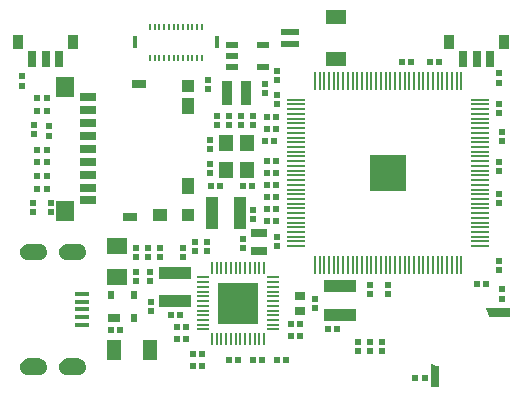
<source format=gtp>
G04 #@! TF.GenerationSoftware,KiCad,Pcbnew,5.1.5+dfsg1-2build2*
G04 #@! TF.CreationDate,2021-07-27T21:48:52+02:00*
G04 #@! TF.ProjectId,FunKey,46756e4b-6579-42e6-9b69-6361645f7063,F*
G04 #@! TF.SameCoordinates,Original*
G04 #@! TF.FileFunction,Paste,Top*
G04 #@! TF.FilePolarity,Positive*
%FSLAX46Y46*%
G04 Gerber Fmt 4.6, Leading zero omitted, Abs format (unit mm)*
G04 Created by KiCad (PCBNEW 5.1.5+dfsg1-2build2) date 2021-07-27 21:48:52*
%MOMM*%
%LPD*%
G04 APERTURE LIST*
%ADD10C,0.100000*%
%ADD11C,0.127000*%
%ADD12R,0.900000X1.200000*%
%ADD13R,0.800000X1.350000*%
%ADD14R,1.800000X1.200000*%
%ADD15R,1.550000X0.600000*%
%ADD16R,0.247500X1.600000*%
%ADD17R,1.600000X0.247500*%
%ADD18R,1.400000X0.700000*%
%ADD19R,0.380000X1.100000*%
%ADD20R,0.230000X0.630000*%
%ADD21R,0.850000X2.000000*%
%ADD22R,1.200000X0.655000*%
%ADD23R,1.050000X1.400000*%
%ADD24R,1.050000X1.075000*%
%ADD25R,1.200000X0.725000*%
%ADD26R,1.500000X1.775000*%
%ADD27R,1.500000X1.725000*%
%ADD28R,1.150000X1.055000*%
%ADD29R,1.350000X0.650000*%
%ADD30R,1.350000X0.750000*%
%ADD31R,2.700000X1.000000*%
%ADD32R,1.000000X2.700000*%
%ADD33R,1.000000X0.200000*%
%ADD34R,0.200000X1.000000*%
%ADD35R,1.150000X0.400000*%
%ADD36R,1.100000X0.600000*%
%ADD37R,1.143000X1.778000*%
%ADD38R,0.600000X0.700000*%
%ADD39R,1.000000X0.700000*%
%ADD40R,1.800000X1.400000*%
%ADD41R,1.270000X1.397000*%
%ADD42R,0.889000X0.635000*%
%ADD43R,0.550000X0.600000*%
%ADD44R,0.600000X0.550000*%
%ADD45R,0.508000X0.508000*%
G04 APERTURE END LIST*
D10*
G36*
X118211600Y-70256400D02*
G01*
X116484400Y-70256400D01*
X116433600Y-70002400D01*
X116281200Y-69596000D01*
X118211600Y-69596000D01*
X118211600Y-70256400D01*
G37*
X118211600Y-70256400D02*
X116484400Y-70256400D01*
X116433600Y-70002400D01*
X116281200Y-69596000D01*
X118211600Y-69596000D01*
X118211600Y-70256400D01*
G36*
X111760000Y-74422000D02*
G01*
X111963200Y-74472800D01*
X112217200Y-74523600D01*
X112217200Y-76200000D01*
X111607600Y-76200000D01*
X111607600Y-74371200D01*
X111760000Y-74422000D01*
G37*
X111760000Y-74422000D02*
X111963200Y-74472800D01*
X112217200Y-74523600D01*
X112217200Y-76200000D01*
X111607600Y-76200000D01*
X111607600Y-74371200D01*
X111760000Y-74422000D01*
D11*
G36*
X109450000Y-56666000D02*
G01*
X106450000Y-56666000D01*
X106450000Y-59666000D01*
X109450000Y-59666000D01*
X109450000Y-56666000D01*
G37*
G36*
X93550000Y-67515000D02*
G01*
X93550000Y-70915000D01*
X96950000Y-70915000D01*
X96950000Y-67515000D01*
X93550000Y-67515000D01*
G37*
G36*
X80800000Y-64173000D02*
G01*
X81700000Y-64173000D01*
X81881173Y-64196852D01*
X82050000Y-64266782D01*
X82194975Y-64378025D01*
X82306218Y-64523000D01*
X82400000Y-64873000D01*
X82376148Y-65054173D01*
X82306218Y-65223000D01*
X82194975Y-65367975D01*
X82050000Y-65479218D01*
X81881173Y-65549148D01*
X81700000Y-65573000D01*
X80800000Y-65573000D01*
X80618827Y-65549148D01*
X80450000Y-65479218D01*
X80305025Y-65367975D01*
X80193782Y-65223000D01*
X80123852Y-65054173D01*
X80100000Y-64873000D01*
X80123852Y-64691827D01*
X80193782Y-64523000D01*
X80305025Y-64378025D01*
X80450000Y-64266782D01*
X80800000Y-64173000D01*
G37*
G36*
X80800000Y-73873000D02*
G01*
X81700000Y-73873000D01*
X81881173Y-73896852D01*
X82050000Y-73966782D01*
X82194975Y-74078025D01*
X82306218Y-74223000D01*
X82400000Y-74573000D01*
X82376148Y-74754173D01*
X82306218Y-74923000D01*
X82194975Y-75067975D01*
X82050000Y-75179218D01*
X81881173Y-75249148D01*
X81700000Y-75273000D01*
X80800000Y-75273000D01*
X80618827Y-75249148D01*
X80450000Y-75179218D01*
X80305025Y-75067975D01*
X80193782Y-74923000D01*
X80123852Y-74754173D01*
X80100000Y-74573000D01*
X80123852Y-74391827D01*
X80193782Y-74223000D01*
X80305025Y-74078025D01*
X80450000Y-73966782D01*
X80800000Y-73873000D01*
G37*
G36*
X77500000Y-64173000D02*
G01*
X78400000Y-64173000D01*
X78399999Y-64173000D01*
X78581172Y-64196852D01*
X78749999Y-64266782D01*
X78894974Y-64378025D01*
X79006217Y-64523000D01*
X79100000Y-64873000D01*
X79100000Y-64872999D01*
X79076148Y-65054173D01*
X79006218Y-65223000D01*
X78894975Y-65367975D01*
X78750000Y-65479218D01*
X78581174Y-65549149D01*
X78400000Y-65573000D01*
X77500000Y-65573000D01*
X77318827Y-65549148D01*
X77150000Y-65479218D01*
X77005025Y-65367975D01*
X76893782Y-65223000D01*
X76823852Y-65054173D01*
X76800000Y-64873000D01*
X76823852Y-64691827D01*
X76893782Y-64523000D01*
X77005025Y-64378025D01*
X77150000Y-64266782D01*
X77500000Y-64173000D01*
G37*
G36*
X77500000Y-73873000D02*
G01*
X78400000Y-73873000D01*
X78399999Y-73873000D01*
X78581172Y-73896852D01*
X78749999Y-73966782D01*
X78894974Y-74078025D01*
X79006217Y-74223000D01*
X79100000Y-74573000D01*
X79100000Y-74572999D01*
X79076148Y-74754173D01*
X79006218Y-74923000D01*
X78894975Y-75067975D01*
X78750000Y-75179218D01*
X78581174Y-75249149D01*
X78400000Y-75273000D01*
X77500000Y-75273000D01*
X77318827Y-75249148D01*
X77150000Y-75179218D01*
X77005025Y-75067975D01*
X76893782Y-74923000D01*
X76823852Y-74754173D01*
X76800000Y-74573000D01*
X76823852Y-74391827D01*
X76893782Y-74223000D01*
X77005025Y-74078025D01*
X77150000Y-73966782D01*
X77500000Y-73873000D01*
G37*
D12*
X113100000Y-47100000D03*
X117800000Y-47100000D03*
D13*
X114300000Y-48525000D03*
X116600000Y-48525000D03*
X115450000Y-48525000D03*
D12*
X76600000Y-47100000D03*
X81300000Y-47100000D03*
D13*
X77800000Y-48525000D03*
X80100000Y-48525000D03*
X78950000Y-48525000D03*
D14*
X103533000Y-48536000D03*
X103533000Y-44936000D03*
D15*
X99658000Y-47236000D03*
X99658000Y-46236000D03*
D16*
X114150000Y-65966000D03*
X113750000Y-65966000D03*
X113350000Y-65966000D03*
X112950000Y-65966000D03*
X112550000Y-65966000D03*
X112150000Y-65966000D03*
X111750000Y-65966000D03*
X111350000Y-65966000D03*
X110950000Y-65966000D03*
X110550000Y-65966000D03*
X110150000Y-65966000D03*
X109750000Y-65966000D03*
X109350000Y-65966000D03*
X108950000Y-65966000D03*
X108550000Y-65966000D03*
X108150000Y-65966000D03*
X107750000Y-65966000D03*
X107350000Y-65966000D03*
X106950000Y-65966000D03*
X106550000Y-65966000D03*
X106150000Y-65966000D03*
X105750000Y-65966000D03*
X105350000Y-65966000D03*
X104950000Y-65966000D03*
X104550000Y-65966000D03*
X104150000Y-65966000D03*
X103750000Y-65966000D03*
X103350000Y-65966000D03*
X102950000Y-65966000D03*
X102550000Y-65966000D03*
X102150000Y-65966000D03*
X101750000Y-65966000D03*
D17*
X100150000Y-64366000D03*
X100150000Y-63966000D03*
X100150000Y-63566000D03*
X100150000Y-63166000D03*
X100150000Y-62766000D03*
X100150000Y-62366000D03*
X100150000Y-61966000D03*
X100150000Y-61566000D03*
X100150000Y-61166000D03*
X100150000Y-60766000D03*
X100150000Y-60366000D03*
X100150000Y-59966000D03*
X100150000Y-59566000D03*
X100150000Y-59166000D03*
X100150000Y-58766000D03*
X100150000Y-58366000D03*
X100150000Y-57966000D03*
X100150000Y-57566000D03*
X100150000Y-57166000D03*
X100150000Y-56766000D03*
X100150000Y-56366000D03*
X100150000Y-55966000D03*
X100150000Y-55566000D03*
X100150000Y-55166000D03*
X100150000Y-54766000D03*
X100150000Y-54366000D03*
X100150000Y-53966000D03*
X100150000Y-53566000D03*
X100150000Y-53166000D03*
X100150000Y-52766000D03*
X100150000Y-52366000D03*
X100150000Y-51966000D03*
D16*
X101750000Y-50366000D03*
X102150000Y-50366000D03*
X102550000Y-50366000D03*
X102950000Y-50366000D03*
X103350000Y-50366000D03*
X103750000Y-50366000D03*
X104150000Y-50366000D03*
X104550000Y-50366000D03*
X104950000Y-50366000D03*
X105350000Y-50366000D03*
X105750000Y-50366000D03*
X106150000Y-50366000D03*
X106550000Y-50366000D03*
X106950000Y-50366000D03*
X107350000Y-50366000D03*
X107750000Y-50366000D03*
X108150000Y-50366000D03*
X108550000Y-50366000D03*
X108950000Y-50366000D03*
X109350000Y-50366000D03*
X109750000Y-50366000D03*
X110150000Y-50366000D03*
X110550000Y-50366000D03*
X110950000Y-50366000D03*
X111350000Y-50366000D03*
X111750000Y-50366000D03*
X112150000Y-50366000D03*
X112550000Y-50366000D03*
X112950000Y-50366000D03*
X113350000Y-50366000D03*
X113750000Y-50366000D03*
X114150000Y-50366000D03*
D17*
X115750000Y-51966000D03*
X115750000Y-52366000D03*
X115750000Y-52766000D03*
X115750000Y-53166000D03*
X115750000Y-53566000D03*
X115750000Y-53966000D03*
X115750000Y-54366000D03*
X115750000Y-54766000D03*
X115750000Y-55166000D03*
X115750000Y-55566000D03*
X115750000Y-55966000D03*
X115750000Y-56366000D03*
X115750000Y-56766000D03*
X115750000Y-57166000D03*
X115750000Y-57566000D03*
X115750000Y-57966000D03*
X115750000Y-58366000D03*
X115750000Y-58766000D03*
X115750000Y-59166000D03*
X115750000Y-59566000D03*
X115750000Y-59966000D03*
X115750000Y-60366000D03*
X115750000Y-60766000D03*
X115750000Y-61166000D03*
X115750000Y-61566000D03*
X115750000Y-61966000D03*
X115750000Y-62366000D03*
X115750000Y-62766000D03*
X115750000Y-63166000D03*
X115750000Y-63566000D03*
X115750000Y-63966000D03*
X115750000Y-64366000D03*
D18*
X97028000Y-64758000D03*
X97028000Y-63258000D03*
D19*
X86552200Y-47091600D03*
X93432200Y-47091600D03*
D20*
X92192200Y-45771600D03*
X91792200Y-45771600D03*
X91392200Y-45771600D03*
X90992200Y-45771600D03*
X90592200Y-45771600D03*
X90192200Y-45771600D03*
X89792200Y-45771600D03*
X89392200Y-45771600D03*
X88992200Y-45771600D03*
X88592200Y-45771600D03*
X88192200Y-45771600D03*
X87792200Y-45771600D03*
X92192200Y-48411600D03*
X91792200Y-48411600D03*
X91392200Y-48411600D03*
X90992200Y-48411600D03*
X90592200Y-48411600D03*
X90192200Y-48411600D03*
X89792200Y-48411600D03*
X89392200Y-48411600D03*
X88992200Y-48411600D03*
X88592200Y-48411600D03*
X88192200Y-48411600D03*
X87792200Y-48411600D03*
D21*
X94298000Y-51435000D03*
X95948000Y-51435000D03*
D22*
X86828600Y-50613500D03*
D23*
X91053600Y-52461000D03*
X91053600Y-59261000D03*
D24*
X91053600Y-50823500D03*
X91053600Y-61698500D03*
D25*
X86128600Y-61873500D03*
D26*
X80578600Y-61348500D03*
D27*
X80578600Y-50918500D03*
D28*
X88603600Y-61708500D03*
D29*
X82553600Y-60461000D03*
D30*
X82553600Y-51761000D03*
X82553600Y-52861000D03*
X82553600Y-53961000D03*
X82553600Y-55061000D03*
X82553600Y-56161000D03*
X82553600Y-57261000D03*
X82553600Y-58361000D03*
X82553600Y-59461000D03*
D31*
X103886000Y-70161000D03*
X103886000Y-67761000D03*
D32*
X93034000Y-61595000D03*
X95434000Y-61595000D03*
D31*
X89916000Y-66618000D03*
X89916000Y-69018000D03*
D33*
X98250000Y-67015000D03*
X98250000Y-67415000D03*
X98250000Y-67815000D03*
X98250000Y-68215000D03*
X98250000Y-68615000D03*
X98250000Y-69015000D03*
X98250000Y-69415000D03*
X98250000Y-69815000D03*
X98250000Y-70215000D03*
X98250000Y-70615000D03*
X98250000Y-71015000D03*
X98250000Y-71415000D03*
D34*
X97450000Y-72215000D03*
X97050000Y-72215000D03*
X96650000Y-72215000D03*
X96250000Y-72215000D03*
X95850000Y-72215000D03*
X95450000Y-72215000D03*
X95050000Y-72215000D03*
X94650000Y-72215000D03*
X94250000Y-72215000D03*
X93850000Y-72215000D03*
X93450000Y-72215000D03*
X93050000Y-72215000D03*
D33*
X92250000Y-71415000D03*
X92250000Y-71015000D03*
X92250000Y-70615000D03*
X92250000Y-70215000D03*
X92250000Y-69815000D03*
X92250000Y-69415000D03*
X92250000Y-69015000D03*
X92250000Y-68615000D03*
X92250000Y-68215000D03*
X92250000Y-67815000D03*
X92250000Y-67415000D03*
X92250000Y-67015000D03*
D34*
X93050000Y-66215000D03*
X93450000Y-66215000D03*
X93850000Y-66215000D03*
X94250000Y-66215000D03*
X94650000Y-66215000D03*
X95050000Y-66215000D03*
X95450000Y-66215000D03*
X95850000Y-66215000D03*
X96250000Y-66215000D03*
X96650000Y-66215000D03*
X97050000Y-66215000D03*
X97450000Y-66215000D03*
D35*
X82035000Y-71023000D03*
X82035000Y-70373000D03*
X82035000Y-69723000D03*
X82035000Y-69073000D03*
X82035000Y-68423000D03*
D36*
X97337400Y-47335400D03*
X97337400Y-49235400D03*
X94737400Y-49235400D03*
X94737400Y-48285400D03*
X94737400Y-47335400D03*
D37*
X87757000Y-73152000D03*
X84709000Y-73152000D03*
D38*
X84521000Y-68469000D03*
X86421000Y-68469000D03*
X86421000Y-70469000D03*
D39*
X84721000Y-70469000D03*
D40*
X84963000Y-64309000D03*
X84963000Y-67009000D03*
D41*
X96012000Y-55626000D03*
X96012000Y-57912000D03*
X94234000Y-57912000D03*
X94234000Y-55626000D03*
D42*
X100507800Y-68580000D03*
X100507800Y-69850000D03*
D43*
X78188000Y-51816000D03*
X79038000Y-51816000D03*
X78188000Y-52959000D03*
X79038000Y-52959000D03*
D44*
X79248000Y-54185000D03*
X79248000Y-55035000D03*
D43*
X78188000Y-56261000D03*
X79038000Y-56261000D03*
X78188000Y-57277000D03*
X79038000Y-57277000D03*
X78188000Y-58420000D03*
X79038000Y-58420000D03*
X78188000Y-59563000D03*
X79038000Y-59563000D03*
X110192000Y-75565000D03*
X111042000Y-75565000D03*
D44*
X117602000Y-68028000D03*
X117602000Y-68878000D03*
X117348000Y-50590000D03*
X117348000Y-49740000D03*
X76962000Y-49994000D03*
X76962000Y-50844000D03*
D45*
X99314000Y-74041000D03*
X98552000Y-74041000D03*
X97282000Y-74041000D03*
X96520000Y-74041000D03*
X94488000Y-74041000D03*
X95250000Y-74041000D03*
X91440000Y-73533000D03*
X92202000Y-73533000D03*
X90805000Y-72263000D03*
X90043000Y-72263000D03*
X90297000Y-70231000D03*
X89535000Y-70231000D03*
X91567000Y-64770000D03*
X91567000Y-64008000D03*
X100457000Y-70993000D03*
X99695000Y-70993000D03*
X92583000Y-64770000D03*
X92583000Y-64008000D03*
X91440000Y-74549000D03*
X92202000Y-74549000D03*
X88646000Y-65278000D03*
X88646000Y-64516000D03*
X87757000Y-66548000D03*
X87757000Y-67310000D03*
X90551000Y-65278000D03*
X90551000Y-64516000D03*
X87884000Y-69088000D03*
X87884000Y-69850000D03*
X92964000Y-59309000D03*
X93726000Y-59309000D03*
X92837000Y-58166000D03*
X92837000Y-57404000D03*
X103632000Y-71374000D03*
X102870000Y-71374000D03*
X100457000Y-72009000D03*
X99695000Y-72009000D03*
X101727000Y-69596000D03*
X101727000Y-68834000D03*
X93472000Y-53340000D03*
X93472000Y-54102000D03*
X97536000Y-50673000D03*
X97536000Y-51435000D03*
X94488000Y-53340000D03*
X94488000Y-54102000D03*
X98425000Y-59182000D03*
X97663000Y-59182000D03*
X106426000Y-67691000D03*
X106426000Y-68453000D03*
X98425000Y-60198000D03*
X97663000Y-60198000D03*
X98425000Y-57150000D03*
X97663000Y-57150000D03*
X98425000Y-54483000D03*
X97663000Y-54483000D03*
X98425000Y-53467000D03*
X97663000Y-53467000D03*
X109855000Y-48768000D03*
X109093000Y-48768000D03*
X111506000Y-48768000D03*
X112268000Y-48768000D03*
X117602000Y-54737000D03*
X117602000Y-55499000D03*
X116205000Y-67564000D03*
X115443000Y-67564000D03*
X117348000Y-66421000D03*
X117348000Y-65659000D03*
X117348000Y-58039000D03*
X117348000Y-57277000D03*
X96520000Y-54102000D03*
X96520000Y-53340000D03*
X95504000Y-54102000D03*
X95504000Y-53340000D03*
X97663000Y-58166000D03*
X98425000Y-58166000D03*
X107950000Y-68453000D03*
X107950000Y-67691000D03*
X87630000Y-64516000D03*
X87630000Y-65278000D03*
X86614000Y-64516000D03*
X86614000Y-65278000D03*
X86614000Y-66548000D03*
X86614000Y-67310000D03*
X105410000Y-72517000D03*
X105410000Y-73279000D03*
X96393000Y-59309000D03*
X95631000Y-59309000D03*
X92837000Y-55372000D03*
X92837000Y-56134000D03*
X95631000Y-64516000D03*
X95631000Y-63754000D03*
X96520000Y-62103000D03*
X96520000Y-61341000D03*
X77978000Y-54864000D03*
X77978000Y-54102000D03*
X117348000Y-59944000D03*
X117348000Y-60706000D03*
X117348000Y-53086000D03*
X117348000Y-52324000D03*
X98425000Y-62230000D03*
X97663000Y-62230000D03*
X98425000Y-61214000D03*
X97663000Y-61214000D03*
X106426000Y-73279000D03*
X106426000Y-72517000D03*
X107442000Y-73279000D03*
X107442000Y-72517000D03*
X90805000Y-71247000D03*
X90043000Y-71247000D03*
X98552000Y-51562000D03*
X98552000Y-52324000D03*
X98552000Y-50292000D03*
X98552000Y-49530000D03*
X92710000Y-51054000D03*
X92710000Y-50292000D03*
X98298000Y-55499000D03*
X97536000Y-55499000D03*
X79375000Y-60706000D03*
X79375000Y-61468000D03*
X85217000Y-71501000D03*
X84455000Y-71501000D03*
X98552000Y-64389000D03*
X98552000Y-63627000D03*
X77851000Y-60706000D03*
X77851000Y-61468000D03*
M02*

</source>
